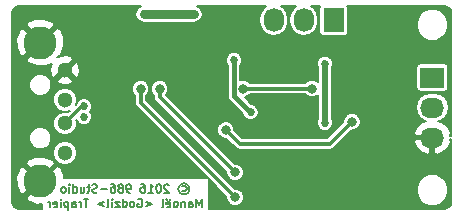
<source format=gbl>
G04 #@! TF.FileFunction,Copper,L2,Bot,Signal*
%FSLAX46Y46*%
G04 Gerber Fmt 4.6, Leading zero omitted, Abs format (unit mm)*
G04 Created by KiCad (PCBNEW (2016-07-14 BZR 6980)-product) date Sunday, 23 April 2017 'PMt' 23:43:06*
%MOMM*%
%LPD*%
G01*
G04 APERTURE LIST*
%ADD10C,0.150000*%
%ADD11C,0.175000*%
%ADD12R,1.727200X2.032000*%
%ADD13O,1.727200X2.032000*%
%ADD14R,2.032000X1.727200*%
%ADD15O,2.032000X1.727200*%
%ADD16C,1.300000*%
%ADD17C,2.800000*%
%ADD18C,0.685800*%
%ADD19C,0.800000*%
%ADD20C,0.400000*%
%ADD21C,0.800000*%
%ADD22C,0.300000*%
%ADD23C,0.500000*%
%ADD24C,0.180000*%
G04 APERTURE END LIST*
D10*
D11*
X162816666Y-95670833D02*
X162883333Y-95637500D01*
X163016666Y-95637500D01*
X163083333Y-95670833D01*
X163150000Y-95737500D01*
X163183333Y-95804166D01*
X163183333Y-95937500D01*
X163150000Y-96004166D01*
X163083333Y-96070833D01*
X163016666Y-96104166D01*
X162883333Y-96104166D01*
X162816666Y-96070833D01*
X162950000Y-95404166D02*
X163116666Y-95437500D01*
X163283333Y-95537500D01*
X163383333Y-95704166D01*
X163416666Y-95870833D01*
X163383333Y-96037500D01*
X163283333Y-96204166D01*
X163116666Y-96304166D01*
X162950000Y-96337500D01*
X162783333Y-96304166D01*
X162616666Y-96204166D01*
X162516666Y-96037500D01*
X162483333Y-95870833D01*
X162516666Y-95704166D01*
X162616666Y-95537500D01*
X162783333Y-95437500D01*
X162950000Y-95404166D01*
X161683333Y-95570833D02*
X161650000Y-95537500D01*
X161583333Y-95504166D01*
X161416666Y-95504166D01*
X161350000Y-95537500D01*
X161316666Y-95570833D01*
X161283333Y-95637500D01*
X161283333Y-95704166D01*
X161316666Y-95804166D01*
X161716666Y-96204166D01*
X161283333Y-96204166D01*
X160850000Y-95504166D02*
X160783333Y-95504166D01*
X160716666Y-95537500D01*
X160683333Y-95570833D01*
X160650000Y-95637500D01*
X160616666Y-95770833D01*
X160616666Y-95937500D01*
X160650000Y-96070833D01*
X160683333Y-96137500D01*
X160716666Y-96170833D01*
X160783333Y-96204166D01*
X160850000Y-96204166D01*
X160916666Y-96170833D01*
X160950000Y-96137500D01*
X160983333Y-96070833D01*
X161016666Y-95937500D01*
X161016666Y-95770833D01*
X160983333Y-95637500D01*
X160950000Y-95570833D01*
X160916666Y-95537500D01*
X160850000Y-95504166D01*
X159950000Y-96204166D02*
X160350000Y-96204166D01*
X160150000Y-96204166D02*
X160150000Y-95504166D01*
X160216666Y-95604166D01*
X160283333Y-95670833D01*
X160350000Y-95704166D01*
X159350000Y-95504166D02*
X159483333Y-95504166D01*
X159550000Y-95537500D01*
X159583333Y-95570833D01*
X159650000Y-95670833D01*
X159683333Y-95804166D01*
X159683333Y-96070833D01*
X159650000Y-96137500D01*
X159616666Y-96170833D01*
X159550000Y-96204166D01*
X159416666Y-96204166D01*
X159350000Y-96170833D01*
X159316666Y-96137500D01*
X159283333Y-96070833D01*
X159283333Y-95904166D01*
X159316666Y-95837500D01*
X159350000Y-95804166D01*
X159416666Y-95770833D01*
X159550000Y-95770833D01*
X159616666Y-95804166D01*
X159650000Y-95837500D01*
X159683333Y-95904166D01*
X158416666Y-96204166D02*
X158283333Y-96204166D01*
X158216666Y-96170833D01*
X158183333Y-96137500D01*
X158116666Y-96037500D01*
X158083333Y-95904166D01*
X158083333Y-95637500D01*
X158116666Y-95570833D01*
X158150000Y-95537500D01*
X158216666Y-95504166D01*
X158350000Y-95504166D01*
X158416666Y-95537500D01*
X158450000Y-95570833D01*
X158483333Y-95637500D01*
X158483333Y-95804166D01*
X158450000Y-95870833D01*
X158416666Y-95904166D01*
X158350000Y-95937500D01*
X158216666Y-95937500D01*
X158150000Y-95904166D01*
X158116666Y-95870833D01*
X158083333Y-95804166D01*
X157683333Y-95804166D02*
X157750000Y-95770833D01*
X157783333Y-95737500D01*
X157816666Y-95670833D01*
X157816666Y-95637500D01*
X157783333Y-95570833D01*
X157750000Y-95537500D01*
X157683333Y-95504166D01*
X157550000Y-95504166D01*
X157483333Y-95537500D01*
X157450000Y-95570833D01*
X157416666Y-95637500D01*
X157416666Y-95670833D01*
X157450000Y-95737500D01*
X157483333Y-95770833D01*
X157550000Y-95804166D01*
X157683333Y-95804166D01*
X157750000Y-95837500D01*
X157783333Y-95870833D01*
X157816666Y-95937500D01*
X157816666Y-96070833D01*
X157783333Y-96137500D01*
X157750000Y-96170833D01*
X157683333Y-96204166D01*
X157550000Y-96204166D01*
X157483333Y-96170833D01*
X157450000Y-96137500D01*
X157416666Y-96070833D01*
X157416666Y-95937500D01*
X157450000Y-95870833D01*
X157483333Y-95837500D01*
X157550000Y-95804166D01*
X156816666Y-95504166D02*
X156950000Y-95504166D01*
X157016666Y-95537500D01*
X157050000Y-95570833D01*
X157116666Y-95670833D01*
X157150000Y-95804166D01*
X157150000Y-96070833D01*
X157116666Y-96137500D01*
X157083333Y-96170833D01*
X157016666Y-96204166D01*
X156883333Y-96204166D01*
X156816666Y-96170833D01*
X156783333Y-96137500D01*
X156750000Y-96070833D01*
X156750000Y-95904166D01*
X156783333Y-95837500D01*
X156816666Y-95804166D01*
X156883333Y-95770833D01*
X157016666Y-95770833D01*
X157083333Y-95804166D01*
X157116666Y-95837500D01*
X157150000Y-95904166D01*
X156450000Y-95937500D02*
X155916666Y-95937500D01*
X155616666Y-96170833D02*
X155516666Y-96204166D01*
X155350000Y-96204166D01*
X155283333Y-96170833D01*
X155250000Y-96137500D01*
X155216666Y-96070833D01*
X155216666Y-96004166D01*
X155250000Y-95937500D01*
X155283333Y-95904166D01*
X155350000Y-95870833D01*
X155483333Y-95837500D01*
X155550000Y-95804166D01*
X155583333Y-95770833D01*
X155616666Y-95704166D01*
X155616666Y-95637500D01*
X155583333Y-95570833D01*
X155550000Y-95537500D01*
X155483333Y-95504166D01*
X155316666Y-95504166D01*
X155216666Y-95537500D01*
X155016666Y-95737500D02*
X154750000Y-95737500D01*
X154916666Y-95504166D02*
X154916666Y-96104166D01*
X154883333Y-96170833D01*
X154816666Y-96204166D01*
X154750000Y-96204166D01*
X154216666Y-95737500D02*
X154216666Y-96204166D01*
X154516666Y-95737500D02*
X154516666Y-96104166D01*
X154483333Y-96170833D01*
X154416666Y-96204166D01*
X154316666Y-96204166D01*
X154250000Y-96170833D01*
X154216666Y-96137500D01*
X153583333Y-96204166D02*
X153583333Y-95504166D01*
X153583333Y-96170833D02*
X153650000Y-96204166D01*
X153783333Y-96204166D01*
X153850000Y-96170833D01*
X153883333Y-96137500D01*
X153916666Y-96070833D01*
X153916666Y-95870833D01*
X153883333Y-95804166D01*
X153850000Y-95770833D01*
X153783333Y-95737500D01*
X153650000Y-95737500D01*
X153583333Y-95770833D01*
X153250000Y-96204166D02*
X153250000Y-95737500D01*
X153250000Y-95504166D02*
X153283333Y-95537500D01*
X153250000Y-95570833D01*
X153216666Y-95537500D01*
X153250000Y-95504166D01*
X153250000Y-95570833D01*
X152816666Y-96204166D02*
X152883333Y-96170833D01*
X152916666Y-96137500D01*
X152950000Y-96070833D01*
X152950000Y-95870833D01*
X152916666Y-95804166D01*
X152883333Y-95770833D01*
X152816666Y-95737500D01*
X152716666Y-95737500D01*
X152650000Y-95770833D01*
X152616666Y-95804166D01*
X152583333Y-95870833D01*
X152583333Y-96070833D01*
X152616666Y-96137500D01*
X152650000Y-96170833D01*
X152716666Y-96204166D01*
X152816666Y-96204166D01*
X164483333Y-97429166D02*
X164483333Y-96729166D01*
X164250000Y-97229166D01*
X164016666Y-96729166D01*
X164016666Y-97429166D01*
X163383333Y-97429166D02*
X163383333Y-97062500D01*
X163416666Y-96995833D01*
X163483333Y-96962500D01*
X163616666Y-96962500D01*
X163683333Y-96995833D01*
X163383333Y-97395833D02*
X163450000Y-97429166D01*
X163616666Y-97429166D01*
X163683333Y-97395833D01*
X163716666Y-97329166D01*
X163716666Y-97262500D01*
X163683333Y-97195833D01*
X163616666Y-97162500D01*
X163450000Y-97162500D01*
X163383333Y-97129166D01*
X163050000Y-96962500D02*
X163050000Y-97429166D01*
X163050000Y-97029166D02*
X163016666Y-96995833D01*
X162950000Y-96962500D01*
X162850000Y-96962500D01*
X162783333Y-96995833D01*
X162750000Y-97062500D01*
X162750000Y-97429166D01*
X162316666Y-97429166D02*
X162383333Y-97395833D01*
X162416666Y-97362500D01*
X162450000Y-97295833D01*
X162450000Y-97095833D01*
X162416666Y-97029166D01*
X162383333Y-96995833D01*
X162316666Y-96962500D01*
X162216666Y-96962500D01*
X162150000Y-96995833D01*
X162116666Y-97029166D01*
X162083333Y-97095833D01*
X162083333Y-97295833D01*
X162116666Y-97362500D01*
X162150000Y-97395833D01*
X162216666Y-97429166D01*
X162316666Y-97429166D01*
X161516666Y-97395833D02*
X161583333Y-97429166D01*
X161716666Y-97429166D01*
X161783333Y-97395833D01*
X161816666Y-97329166D01*
X161816666Y-97062500D01*
X161783333Y-96995833D01*
X161716666Y-96962500D01*
X161583333Y-96962500D01*
X161516666Y-96995833D01*
X161483333Y-97062500D01*
X161483333Y-97129166D01*
X161816666Y-97195833D01*
X161783333Y-96729166D02*
X161750000Y-96762500D01*
X161783333Y-96795833D01*
X161816666Y-96762500D01*
X161783333Y-96729166D01*
X161783333Y-96795833D01*
X161516666Y-96729166D02*
X161483333Y-96762500D01*
X161516666Y-96795833D01*
X161550000Y-96762500D01*
X161516666Y-96729166D01*
X161516666Y-96795833D01*
X161083333Y-97429166D02*
X161150000Y-97395833D01*
X161183333Y-97329166D01*
X161183333Y-96729166D01*
X159750000Y-96962500D02*
X160283333Y-97162500D01*
X159750000Y-97362500D01*
X159050000Y-96762500D02*
X159116666Y-96729166D01*
X159216666Y-96729166D01*
X159316666Y-96762500D01*
X159383333Y-96829166D01*
X159416666Y-96895833D01*
X159450000Y-97029166D01*
X159450000Y-97129166D01*
X159416666Y-97262500D01*
X159383333Y-97329166D01*
X159316666Y-97395833D01*
X159216666Y-97429166D01*
X159150000Y-97429166D01*
X159050000Y-97395833D01*
X159016666Y-97362500D01*
X159016666Y-97129166D01*
X159150000Y-97129166D01*
X158616666Y-97429166D02*
X158683333Y-97395833D01*
X158716666Y-97362500D01*
X158750000Y-97295833D01*
X158750000Y-97095833D01*
X158716666Y-97029166D01*
X158683333Y-96995833D01*
X158616666Y-96962500D01*
X158516666Y-96962500D01*
X158450000Y-96995833D01*
X158416666Y-97029166D01*
X158383333Y-97095833D01*
X158383333Y-97295833D01*
X158416666Y-97362500D01*
X158450000Y-97395833D01*
X158516666Y-97429166D01*
X158616666Y-97429166D01*
X157783333Y-97429166D02*
X157783333Y-96729166D01*
X157783333Y-97395833D02*
X157850000Y-97429166D01*
X157983333Y-97429166D01*
X158050000Y-97395833D01*
X158083333Y-97362500D01*
X158116666Y-97295833D01*
X158116666Y-97095833D01*
X158083333Y-97029166D01*
X158050000Y-96995833D01*
X157983333Y-96962500D01*
X157850000Y-96962500D01*
X157783333Y-96995833D01*
X157516666Y-96962500D02*
X157150000Y-96962500D01*
X157516666Y-97429166D01*
X157150000Y-97429166D01*
X156883333Y-97429166D02*
X156883333Y-96962500D01*
X156883333Y-96729166D02*
X156916666Y-96762500D01*
X156883333Y-96795833D01*
X156850000Y-96762500D01*
X156883333Y-96729166D01*
X156883333Y-96795833D01*
X156450000Y-97429166D02*
X156516666Y-97395833D01*
X156550000Y-97329166D01*
X156550000Y-96729166D01*
X156183333Y-96962500D02*
X155650000Y-97162500D01*
X156183333Y-97362500D01*
X154883333Y-96729166D02*
X154483333Y-96729166D01*
X154683333Y-97429166D02*
X154683333Y-96729166D01*
X154250000Y-97429166D02*
X154250000Y-96962500D01*
X154250000Y-97095833D02*
X154216666Y-97029166D01*
X154183333Y-96995833D01*
X154116666Y-96962500D01*
X154050000Y-96962500D01*
X153516666Y-97429166D02*
X153516666Y-97062500D01*
X153550000Y-96995833D01*
X153616666Y-96962500D01*
X153750000Y-96962500D01*
X153816666Y-96995833D01*
X153516666Y-97395833D02*
X153583333Y-97429166D01*
X153750000Y-97429166D01*
X153816666Y-97395833D01*
X153850000Y-97329166D01*
X153850000Y-97262500D01*
X153816666Y-97195833D01*
X153750000Y-97162500D01*
X153583333Y-97162500D01*
X153516666Y-97129166D01*
X153183333Y-96962500D02*
X153183333Y-97662500D01*
X153183333Y-96995833D02*
X153116666Y-96962500D01*
X152983333Y-96962500D01*
X152916666Y-96995833D01*
X152883333Y-97029166D01*
X152850000Y-97095833D01*
X152850000Y-97295833D01*
X152883333Y-97362500D01*
X152916666Y-97395833D01*
X152983333Y-97429166D01*
X153116666Y-97429166D01*
X153183333Y-97395833D01*
X152550000Y-97429166D02*
X152550000Y-96962500D01*
X152550000Y-96729166D02*
X152583333Y-96762500D01*
X152550000Y-96795833D01*
X152516666Y-96762500D01*
X152550000Y-96729166D01*
X152550000Y-96795833D01*
X151950000Y-97395833D02*
X152016666Y-97429166D01*
X152150000Y-97429166D01*
X152216666Y-97395833D01*
X152250000Y-97329166D01*
X152250000Y-97062500D01*
X152216666Y-96995833D01*
X152150000Y-96962500D01*
X152016666Y-96962500D01*
X151950000Y-96995833D01*
X151916666Y-97062500D01*
X151916666Y-97129166D01*
X152250000Y-97195833D01*
X151616666Y-97429166D02*
X151616666Y-96962500D01*
X151616666Y-97095833D02*
X151583333Y-97029166D01*
X151550000Y-96995833D01*
X151483333Y-96962500D01*
X151416666Y-96962500D01*
D12*
X175640000Y-81600000D03*
D13*
X173100000Y-81600000D03*
X170560000Y-81600000D03*
D14*
X184000000Y-86460000D03*
D15*
X184000000Y-89000000D03*
X184000000Y-91540000D03*
D16*
X152900000Y-88350000D03*
X152900000Y-90350000D03*
X152900000Y-92850000D03*
X152900000Y-85850000D03*
D17*
X150800000Y-83500000D03*
X150800000Y-95200000D03*
D18*
X173700000Y-89200000D03*
X162300004Y-87000000D03*
X159600000Y-82700000D03*
X161700000Y-94600000D03*
X176200000Y-96600000D03*
X179600000Y-91700000D03*
X158100000Y-83900000D03*
X168600000Y-89399998D03*
X167200000Y-85000000D03*
X159600000Y-81100000D03*
X163800000Y-81100000D03*
D19*
X159300000Y-87400000D03*
X167300000Y-96600000D03*
X167300000Y-94500000D03*
X160900000Y-87400000D03*
D18*
X174900000Y-90299999D03*
X174900000Y-85300000D03*
D19*
X166500002Y-90900000D03*
X177200000Y-90200000D03*
X168000000Y-87400000D03*
X173800000Y-87400000D03*
D18*
X154500000Y-89792900D03*
X154500000Y-88907100D03*
D20*
X167200000Y-87999998D02*
X168257101Y-89057099D01*
X167200000Y-85000000D02*
X167200000Y-87999998D01*
X168257101Y-89057099D02*
X168600000Y-89399998D01*
D21*
X163800000Y-81100000D02*
X159600000Y-81100000D01*
D22*
X159300000Y-87965685D02*
X159300000Y-87400000D01*
X159300000Y-88600000D02*
X159300000Y-87965685D01*
X167300000Y-96600000D02*
X159300000Y-88600000D01*
X167300000Y-94500000D02*
X160900000Y-88100000D01*
X160900000Y-88100000D02*
X160900000Y-87400000D01*
D23*
X174900000Y-85300000D02*
X174900000Y-90299999D01*
D22*
X177200000Y-90200000D02*
X175300000Y-92100000D01*
X175300000Y-92100000D02*
X167700002Y-92100000D01*
X167700002Y-92100000D02*
X166500002Y-90900000D01*
X173800000Y-87400000D02*
X168000000Y-87400000D01*
X154500000Y-88907100D02*
X154342900Y-88907100D01*
X154342900Y-88907100D02*
X152900000Y-90350000D01*
D24*
G36*
X159316814Y-80416329D02*
X159076741Y-80576741D01*
X158916329Y-80816814D01*
X158860000Y-81100000D01*
X158916329Y-81383186D01*
X159076741Y-81623259D01*
X159316814Y-81783671D01*
X159600000Y-81840000D01*
X163800000Y-81840000D01*
X164083186Y-81783671D01*
X164323259Y-81623259D01*
X164483671Y-81383186D01*
X164540000Y-81100000D01*
X164483671Y-80816814D01*
X164323259Y-80576741D01*
X164083186Y-80416329D01*
X164076505Y-80415000D01*
X169940841Y-80415000D01*
X169708926Y-80569960D01*
X169448019Y-80960436D01*
X169356400Y-81421034D01*
X169356400Y-81778966D01*
X169448019Y-82239564D01*
X169708926Y-82630040D01*
X170099402Y-82890947D01*
X170560000Y-82982566D01*
X171020598Y-82890947D01*
X171411074Y-82630040D01*
X171671981Y-82239564D01*
X171763600Y-81778966D01*
X171763600Y-81421034D01*
X171671981Y-80960436D01*
X171411074Y-80569960D01*
X171179159Y-80415000D01*
X172480841Y-80415000D01*
X172248926Y-80569960D01*
X171988019Y-80960436D01*
X171896400Y-81421034D01*
X171896400Y-81778966D01*
X171988019Y-82239564D01*
X172248926Y-82630040D01*
X172639402Y-82890947D01*
X173100000Y-82982566D01*
X173560598Y-82890947D01*
X173951074Y-82630040D01*
X174211981Y-82239564D01*
X174303600Y-81778966D01*
X174303600Y-81421034D01*
X174211981Y-80960436D01*
X173951074Y-80569960D01*
X173719159Y-80415000D01*
X174480409Y-80415000D01*
X174456128Y-80451339D01*
X174429740Y-80584000D01*
X174429740Y-82616000D01*
X174456128Y-82748661D01*
X174531274Y-82861126D01*
X174643739Y-82936272D01*
X174776400Y-82962660D01*
X176503600Y-82962660D01*
X176636261Y-82936272D01*
X176748726Y-82861126D01*
X176823872Y-82748661D01*
X176850260Y-82616000D01*
X176850260Y-82265373D01*
X182659768Y-82265373D01*
X182863341Y-82758057D01*
X183239960Y-83135334D01*
X183732288Y-83339767D01*
X184265373Y-83340232D01*
X184758057Y-83136659D01*
X185135334Y-82760040D01*
X185339767Y-82267712D01*
X185340232Y-81734627D01*
X185136659Y-81241943D01*
X184760040Y-80864666D01*
X184267712Y-80660233D01*
X183734627Y-80659768D01*
X183241943Y-80863341D01*
X182864666Y-81239960D01*
X182660233Y-81732288D01*
X182659768Y-82265373D01*
X176850260Y-82265373D01*
X176850260Y-80584000D01*
X176823872Y-80451339D01*
X176799591Y-80415000D01*
X184959126Y-80415000D01*
X185220758Y-80467041D01*
X185407909Y-80592092D01*
X185532958Y-80779241D01*
X185585000Y-81040874D01*
X185585000Y-91375998D01*
X185454211Y-91375998D01*
X185561234Y-91150818D01*
X185341152Y-90690659D01*
X184925635Y-90300396D01*
X184500385Y-90139666D01*
X184639564Y-90111981D01*
X185030040Y-89851074D01*
X185290947Y-89460598D01*
X185382566Y-89000000D01*
X185290947Y-88539402D01*
X185030040Y-88148926D01*
X184639564Y-87888019D01*
X184178966Y-87796400D01*
X183821034Y-87796400D01*
X183360436Y-87888019D01*
X182969960Y-88148926D01*
X182709053Y-88539402D01*
X182617434Y-89000000D01*
X182709053Y-89460598D01*
X182969960Y-89851074D01*
X183360436Y-90111981D01*
X183499615Y-90139666D01*
X183074365Y-90300396D01*
X182658848Y-90690659D01*
X182438766Y-91150818D01*
X182545790Y-91376000D01*
X183836000Y-91376000D01*
X183836000Y-91356000D01*
X184164000Y-91356000D01*
X184164000Y-91376000D01*
X184184000Y-91376000D01*
X184184000Y-91704000D01*
X184164000Y-91704000D01*
X184164000Y-92851450D01*
X184392400Y-92981149D01*
X184925635Y-92779604D01*
X185341152Y-92389341D01*
X185561234Y-91929182D01*
X185454211Y-91704002D01*
X185585000Y-91704002D01*
X185585000Y-96959126D01*
X185532958Y-97220759D01*
X185407909Y-97407908D01*
X185220758Y-97532959D01*
X184959126Y-97585000D01*
X165077500Y-97585000D01*
X165077500Y-95070465D01*
X166560041Y-96553006D01*
X166559872Y-96746549D01*
X166672293Y-97018628D01*
X166880277Y-97226975D01*
X167152159Y-97339871D01*
X167446549Y-97340128D01*
X167718628Y-97227707D01*
X167926975Y-97019723D01*
X168039871Y-96747841D01*
X168040128Y-96453451D01*
X167962416Y-96265373D01*
X182659768Y-96265373D01*
X182863341Y-96758057D01*
X183239960Y-97135334D01*
X183732288Y-97339767D01*
X184265373Y-97340232D01*
X184758057Y-97136659D01*
X185135334Y-96760040D01*
X185339767Y-96267712D01*
X185340232Y-95734627D01*
X185136659Y-95241943D01*
X184760040Y-94864666D01*
X184267712Y-94660233D01*
X183734627Y-94659768D01*
X183241943Y-94863341D01*
X182864666Y-95239960D01*
X182660233Y-95732288D01*
X182659768Y-96265373D01*
X167962416Y-96265373D01*
X167927707Y-96181372D01*
X167719723Y-95973025D01*
X167447841Y-95860129D01*
X167252924Y-95859959D01*
X159790000Y-88397036D01*
X159790000Y-87956459D01*
X159926975Y-87819723D01*
X160039871Y-87547841D01*
X160039872Y-87546549D01*
X160159872Y-87546549D01*
X160272293Y-87818628D01*
X160410000Y-87956575D01*
X160410000Y-88100000D01*
X160447299Y-88287515D01*
X160553518Y-88446482D01*
X166560041Y-94453005D01*
X166559872Y-94646549D01*
X166672293Y-94918628D01*
X166880277Y-95126975D01*
X167152159Y-95239871D01*
X167446549Y-95240128D01*
X167718628Y-95127707D01*
X167926975Y-94919723D01*
X168039871Y-94647841D01*
X168040128Y-94353451D01*
X167927707Y-94081372D01*
X167719723Y-93873025D01*
X167447841Y-93760129D01*
X167252923Y-93759959D01*
X164539513Y-91046549D01*
X165759874Y-91046549D01*
X165872295Y-91318628D01*
X166080279Y-91526975D01*
X166352161Y-91639871D01*
X166547079Y-91640041D01*
X167353519Y-92446482D01*
X167493235Y-92539837D01*
X167512487Y-92552701D01*
X167700002Y-92590000D01*
X175300000Y-92590000D01*
X175487515Y-92552701D01*
X175646482Y-92446482D01*
X176163782Y-91929182D01*
X182438766Y-91929182D01*
X182658848Y-92389341D01*
X183074365Y-92779604D01*
X183607600Y-92981149D01*
X183836000Y-92851450D01*
X183836000Y-91704000D01*
X182545790Y-91704000D01*
X182438766Y-91929182D01*
X176163782Y-91929182D01*
X177153005Y-90939959D01*
X177346549Y-90940128D01*
X177618628Y-90827707D01*
X177826975Y-90619723D01*
X177939871Y-90347841D01*
X177940128Y-90053451D01*
X177827707Y-89781372D01*
X177619723Y-89573025D01*
X177347841Y-89460129D01*
X177053451Y-89459872D01*
X176781372Y-89572293D01*
X176573025Y-89780277D01*
X176460129Y-90052159D01*
X176459959Y-90247077D01*
X175097036Y-91610000D01*
X167902967Y-91610000D01*
X167239961Y-90946995D01*
X167240130Y-90753451D01*
X167127709Y-90481372D01*
X166919725Y-90273025D01*
X166647843Y-90160129D01*
X166353453Y-90159872D01*
X166081374Y-90272293D01*
X165873027Y-90480277D01*
X165760131Y-90752159D01*
X165759874Y-91046549D01*
X164539513Y-91046549D01*
X161419738Y-87926774D01*
X161526975Y-87819723D01*
X161639871Y-87547841D01*
X161640128Y-87253451D01*
X161527707Y-86981372D01*
X161319723Y-86773025D01*
X161047841Y-86660129D01*
X160753451Y-86659872D01*
X160481372Y-86772293D01*
X160273025Y-86980277D01*
X160160129Y-87252159D01*
X160159872Y-87546549D01*
X160039872Y-87546549D01*
X160040128Y-87253451D01*
X159927707Y-86981372D01*
X159719723Y-86773025D01*
X159447841Y-86660129D01*
X159153451Y-86659872D01*
X158881372Y-86772293D01*
X158673025Y-86980277D01*
X158560129Y-87252159D01*
X158559872Y-87546549D01*
X158672293Y-87818628D01*
X158810000Y-87956575D01*
X158810000Y-88600000D01*
X158847299Y-88787515D01*
X158953518Y-88946482D01*
X165006785Y-94999750D01*
X152791428Y-94999750D01*
X152779877Y-94720374D01*
X152539131Y-94139162D01*
X152245683Y-93986248D01*
X151232181Y-94999750D01*
X150922500Y-94999750D01*
X150922500Y-95337716D01*
X150814143Y-95446074D01*
X150800000Y-95431931D01*
X149586248Y-96645683D01*
X149739162Y-96939131D01*
X150485451Y-97212713D01*
X150922500Y-97194643D01*
X150922500Y-97585000D01*
X149040874Y-97585000D01*
X148779241Y-97532958D01*
X148592092Y-97407909D01*
X148467041Y-97220758D01*
X148415000Y-96959126D01*
X148415000Y-94885451D01*
X148787287Y-94885451D01*
X148820123Y-95679626D01*
X149060869Y-96260838D01*
X149354317Y-96413752D01*
X150568069Y-95200000D01*
X149354317Y-93986248D01*
X149060869Y-94139162D01*
X148787287Y-94885451D01*
X148415000Y-94885451D01*
X148415000Y-93754317D01*
X149586248Y-93754317D01*
X150800000Y-94968069D01*
X152013752Y-93754317D01*
X151860838Y-93460869D01*
X151114549Y-93187287D01*
X150320374Y-93220123D01*
X149739162Y-93460869D01*
X149586248Y-93754317D01*
X148415000Y-93754317D01*
X148415000Y-93046059D01*
X151909829Y-93046059D01*
X152060230Y-93410057D01*
X152338478Y-93688792D01*
X152702213Y-93839828D01*
X153096059Y-93840171D01*
X153460057Y-93689770D01*
X153738792Y-93411522D01*
X153889828Y-93047787D01*
X153890171Y-92653941D01*
X153739770Y-92289943D01*
X153461522Y-92011208D01*
X153097787Y-91860172D01*
X152703941Y-91859829D01*
X152339943Y-92010230D01*
X152061208Y-92288478D01*
X151910172Y-92652213D01*
X151909829Y-93046059D01*
X148415000Y-93046059D01*
X148415000Y-91786157D01*
X149859837Y-91786157D01*
X150002642Y-92131772D01*
X150266837Y-92396429D01*
X150612202Y-92539837D01*
X150986157Y-92540163D01*
X151331772Y-92397358D01*
X151596429Y-92133163D01*
X151739837Y-91787798D01*
X151740163Y-91413843D01*
X151597358Y-91068228D01*
X151333163Y-90803571D01*
X150987798Y-90660163D01*
X150613843Y-90659837D01*
X150268228Y-90802642D01*
X150003571Y-91066837D01*
X149860163Y-91412202D01*
X149859837Y-91786157D01*
X148415000Y-91786157D01*
X148415000Y-88546059D01*
X151909829Y-88546059D01*
X152060230Y-88910057D01*
X152338478Y-89188792D01*
X152702213Y-89339828D01*
X153096059Y-89340171D01*
X153301928Y-89255108D01*
X153167794Y-89389241D01*
X153097787Y-89360172D01*
X152703941Y-89359829D01*
X152339943Y-89510230D01*
X152061208Y-89788478D01*
X151910172Y-90152213D01*
X151909829Y-90546059D01*
X152060230Y-90910057D01*
X152338478Y-91188792D01*
X152702213Y-91339828D01*
X153096059Y-91340171D01*
X153460057Y-91189770D01*
X153738792Y-90911522D01*
X153889828Y-90547787D01*
X153890171Y-90153941D01*
X153860597Y-90082367D01*
X153874827Y-90068137D01*
X153920728Y-90179227D01*
X154112663Y-90371497D01*
X154363567Y-90475681D01*
X154635241Y-90475918D01*
X154886327Y-90372172D01*
X155078597Y-90180237D01*
X155182781Y-89929333D01*
X155183018Y-89657659D01*
X155079272Y-89406573D01*
X155022867Y-89350070D01*
X155078597Y-89294437D01*
X155182781Y-89043533D01*
X155183018Y-88771859D01*
X155079272Y-88520773D01*
X154887337Y-88328503D01*
X154636433Y-88224319D01*
X154364759Y-88224082D01*
X154113673Y-88327828D01*
X153921403Y-88519763D01*
X153839126Y-88717909D01*
X153805029Y-88752006D01*
X153889828Y-88547787D01*
X153890171Y-88153941D01*
X153739770Y-87789943D01*
X153461522Y-87511208D01*
X153097787Y-87360172D01*
X152703941Y-87359829D01*
X152339943Y-87510230D01*
X152061208Y-87788478D01*
X151910172Y-88152213D01*
X151909829Y-88546059D01*
X148415000Y-88546059D01*
X148415000Y-87286157D01*
X149859837Y-87286157D01*
X150002642Y-87631772D01*
X150266837Y-87896429D01*
X150612202Y-88039837D01*
X150986157Y-88040163D01*
X151331772Y-87897358D01*
X151596429Y-87633163D01*
X151739837Y-87287798D01*
X151740163Y-86913843D01*
X151673084Y-86751498D01*
X152230434Y-86751498D01*
X152290990Y-86967244D01*
X152764899Y-87115257D01*
X153259376Y-87070646D01*
X153509010Y-86967244D01*
X153569566Y-86751498D01*
X152900000Y-86081931D01*
X152230434Y-86751498D01*
X151673084Y-86751498D01*
X151597358Y-86568228D01*
X151333163Y-86303571D01*
X150987798Y-86160163D01*
X150613843Y-86159837D01*
X150268228Y-86302642D01*
X150003571Y-86566837D01*
X149860163Y-86912202D01*
X149859837Y-87286157D01*
X148415000Y-87286157D01*
X148415000Y-84945683D01*
X149586248Y-84945683D01*
X149739162Y-85239131D01*
X150485451Y-85512713D01*
X151279626Y-85479877D01*
X151771821Y-85276003D01*
X151634743Y-85714899D01*
X151679354Y-86209376D01*
X151782756Y-86459010D01*
X151998502Y-86519566D01*
X152668069Y-85850000D01*
X153131931Y-85850000D01*
X153801498Y-86519566D01*
X154017244Y-86459010D01*
X154165257Y-85985101D01*
X154120646Y-85490624D01*
X154017244Y-85240990D01*
X153801498Y-85180434D01*
X153131931Y-85850000D01*
X152668069Y-85850000D01*
X152653926Y-85835858D01*
X152885858Y-85603926D01*
X152900000Y-85618069D01*
X153382827Y-85135241D01*
X166516982Y-85135241D01*
X166620728Y-85386327D01*
X166660000Y-85425668D01*
X166660000Y-87999998D01*
X166701105Y-88206647D01*
X166818162Y-88381836D01*
X167875261Y-89438934D01*
X167875263Y-89438937D01*
X167917030Y-89480703D01*
X167916982Y-89535239D01*
X168020728Y-89786325D01*
X168212663Y-89978595D01*
X168463567Y-90082779D01*
X168735241Y-90083016D01*
X168986327Y-89979270D01*
X169178597Y-89787335D01*
X169282781Y-89536431D01*
X169283018Y-89264757D01*
X169179272Y-89013671D01*
X168987337Y-88821401D01*
X168736433Y-88717217D01*
X168680846Y-88717169D01*
X168638939Y-88675261D01*
X168638936Y-88675259D01*
X168103768Y-88140091D01*
X168146549Y-88140128D01*
X168418628Y-88027707D01*
X168556575Y-87890000D01*
X173243541Y-87890000D01*
X173380277Y-88026975D01*
X173652159Y-88139871D01*
X173946549Y-88140128D01*
X174218628Y-88027707D01*
X174310000Y-87936494D01*
X174310000Y-89940124D01*
X174217219Y-90163566D01*
X174216982Y-90435240D01*
X174320728Y-90686326D01*
X174512663Y-90878596D01*
X174763567Y-90982780D01*
X175035241Y-90983017D01*
X175286327Y-90879271D01*
X175478597Y-90687336D01*
X175582781Y-90436432D01*
X175583018Y-90164758D01*
X175490000Y-89939636D01*
X175490000Y-85659875D01*
X175516357Y-85596400D01*
X182637340Y-85596400D01*
X182637340Y-87323600D01*
X182663728Y-87456261D01*
X182738874Y-87568726D01*
X182851339Y-87643872D01*
X182984000Y-87670260D01*
X185016000Y-87670260D01*
X185148661Y-87643872D01*
X185261126Y-87568726D01*
X185336272Y-87456261D01*
X185362660Y-87323600D01*
X185362660Y-85596400D01*
X185336272Y-85463739D01*
X185261126Y-85351274D01*
X185148661Y-85276128D01*
X185016000Y-85249740D01*
X182984000Y-85249740D01*
X182851339Y-85276128D01*
X182738874Y-85351274D01*
X182663728Y-85463739D01*
X182637340Y-85596400D01*
X175516357Y-85596400D01*
X175582781Y-85436433D01*
X175583018Y-85164759D01*
X175479272Y-84913673D01*
X175287337Y-84721403D01*
X175036433Y-84617219D01*
X174764759Y-84616982D01*
X174513673Y-84720728D01*
X174321403Y-84912663D01*
X174217219Y-85163567D01*
X174216982Y-85435241D01*
X174310000Y-85660363D01*
X174310000Y-86863460D01*
X174219723Y-86773025D01*
X173947841Y-86660129D01*
X173653451Y-86659872D01*
X173381372Y-86772293D01*
X173243425Y-86910000D01*
X168556459Y-86910000D01*
X168419723Y-86773025D01*
X168147841Y-86660129D01*
X167853451Y-86659872D01*
X167740000Y-86706749D01*
X167740000Y-85425867D01*
X167778597Y-85387337D01*
X167882781Y-85136433D01*
X167883018Y-84864759D01*
X167779272Y-84613673D01*
X167587337Y-84421403D01*
X167336433Y-84317219D01*
X167064759Y-84316982D01*
X166813673Y-84420728D01*
X166621403Y-84612663D01*
X166517219Y-84863567D01*
X166516982Y-85135241D01*
X153382827Y-85135241D01*
X153569566Y-84948502D01*
X153509010Y-84732756D01*
X153035101Y-84584743D01*
X152540624Y-84629354D01*
X152290990Y-84732756D01*
X152285226Y-84753292D01*
X152245685Y-84713751D01*
X152539131Y-84560838D01*
X152812713Y-83814549D01*
X152779877Y-83020374D01*
X152539131Y-82439162D01*
X152245683Y-82286248D01*
X151031931Y-83500000D01*
X151046074Y-83514143D01*
X150814143Y-83746074D01*
X150800000Y-83731931D01*
X149586248Y-84945683D01*
X148415000Y-84945683D01*
X148415000Y-83185451D01*
X148787287Y-83185451D01*
X148820123Y-83979626D01*
X149060869Y-84560838D01*
X149354317Y-84713752D01*
X150568069Y-83500000D01*
X149354317Y-82286248D01*
X149060869Y-82439162D01*
X148787287Y-83185451D01*
X148415000Y-83185451D01*
X148415000Y-82054317D01*
X149586248Y-82054317D01*
X150800000Y-83268069D01*
X152013752Y-82054317D01*
X151860838Y-81760869D01*
X151114549Y-81487287D01*
X150320374Y-81520123D01*
X149739162Y-81760869D01*
X149586248Y-82054317D01*
X148415000Y-82054317D01*
X148415000Y-81040874D01*
X148467041Y-80779242D01*
X148592092Y-80592091D01*
X148779241Y-80467042D01*
X149040874Y-80415000D01*
X159323495Y-80415000D01*
X159316814Y-80416329D01*
X159316814Y-80416329D01*
G37*
X159316814Y-80416329D02*
X159076741Y-80576741D01*
X158916329Y-80816814D01*
X158860000Y-81100000D01*
X158916329Y-81383186D01*
X159076741Y-81623259D01*
X159316814Y-81783671D01*
X159600000Y-81840000D01*
X163800000Y-81840000D01*
X164083186Y-81783671D01*
X164323259Y-81623259D01*
X164483671Y-81383186D01*
X164540000Y-81100000D01*
X164483671Y-80816814D01*
X164323259Y-80576741D01*
X164083186Y-80416329D01*
X164076505Y-80415000D01*
X169940841Y-80415000D01*
X169708926Y-80569960D01*
X169448019Y-80960436D01*
X169356400Y-81421034D01*
X169356400Y-81778966D01*
X169448019Y-82239564D01*
X169708926Y-82630040D01*
X170099402Y-82890947D01*
X170560000Y-82982566D01*
X171020598Y-82890947D01*
X171411074Y-82630040D01*
X171671981Y-82239564D01*
X171763600Y-81778966D01*
X171763600Y-81421034D01*
X171671981Y-80960436D01*
X171411074Y-80569960D01*
X171179159Y-80415000D01*
X172480841Y-80415000D01*
X172248926Y-80569960D01*
X171988019Y-80960436D01*
X171896400Y-81421034D01*
X171896400Y-81778966D01*
X171988019Y-82239564D01*
X172248926Y-82630040D01*
X172639402Y-82890947D01*
X173100000Y-82982566D01*
X173560598Y-82890947D01*
X173951074Y-82630040D01*
X174211981Y-82239564D01*
X174303600Y-81778966D01*
X174303600Y-81421034D01*
X174211981Y-80960436D01*
X173951074Y-80569960D01*
X173719159Y-80415000D01*
X174480409Y-80415000D01*
X174456128Y-80451339D01*
X174429740Y-80584000D01*
X174429740Y-82616000D01*
X174456128Y-82748661D01*
X174531274Y-82861126D01*
X174643739Y-82936272D01*
X174776400Y-82962660D01*
X176503600Y-82962660D01*
X176636261Y-82936272D01*
X176748726Y-82861126D01*
X176823872Y-82748661D01*
X176850260Y-82616000D01*
X176850260Y-82265373D01*
X182659768Y-82265373D01*
X182863341Y-82758057D01*
X183239960Y-83135334D01*
X183732288Y-83339767D01*
X184265373Y-83340232D01*
X184758057Y-83136659D01*
X185135334Y-82760040D01*
X185339767Y-82267712D01*
X185340232Y-81734627D01*
X185136659Y-81241943D01*
X184760040Y-80864666D01*
X184267712Y-80660233D01*
X183734627Y-80659768D01*
X183241943Y-80863341D01*
X182864666Y-81239960D01*
X182660233Y-81732288D01*
X182659768Y-82265373D01*
X176850260Y-82265373D01*
X176850260Y-80584000D01*
X176823872Y-80451339D01*
X176799591Y-80415000D01*
X184959126Y-80415000D01*
X185220758Y-80467041D01*
X185407909Y-80592092D01*
X185532958Y-80779241D01*
X185585000Y-81040874D01*
X185585000Y-91375998D01*
X185454211Y-91375998D01*
X185561234Y-91150818D01*
X185341152Y-90690659D01*
X184925635Y-90300396D01*
X184500385Y-90139666D01*
X184639564Y-90111981D01*
X185030040Y-89851074D01*
X185290947Y-89460598D01*
X185382566Y-89000000D01*
X185290947Y-88539402D01*
X185030040Y-88148926D01*
X184639564Y-87888019D01*
X184178966Y-87796400D01*
X183821034Y-87796400D01*
X183360436Y-87888019D01*
X182969960Y-88148926D01*
X182709053Y-88539402D01*
X182617434Y-89000000D01*
X182709053Y-89460598D01*
X182969960Y-89851074D01*
X183360436Y-90111981D01*
X183499615Y-90139666D01*
X183074365Y-90300396D01*
X182658848Y-90690659D01*
X182438766Y-91150818D01*
X182545790Y-91376000D01*
X183836000Y-91376000D01*
X183836000Y-91356000D01*
X184164000Y-91356000D01*
X184164000Y-91376000D01*
X184184000Y-91376000D01*
X184184000Y-91704000D01*
X184164000Y-91704000D01*
X184164000Y-92851450D01*
X184392400Y-92981149D01*
X184925635Y-92779604D01*
X185341152Y-92389341D01*
X185561234Y-91929182D01*
X185454211Y-91704002D01*
X185585000Y-91704002D01*
X185585000Y-96959126D01*
X185532958Y-97220759D01*
X185407909Y-97407908D01*
X185220758Y-97532959D01*
X184959126Y-97585000D01*
X165077500Y-97585000D01*
X165077500Y-95070465D01*
X166560041Y-96553006D01*
X166559872Y-96746549D01*
X166672293Y-97018628D01*
X166880277Y-97226975D01*
X167152159Y-97339871D01*
X167446549Y-97340128D01*
X167718628Y-97227707D01*
X167926975Y-97019723D01*
X168039871Y-96747841D01*
X168040128Y-96453451D01*
X167962416Y-96265373D01*
X182659768Y-96265373D01*
X182863341Y-96758057D01*
X183239960Y-97135334D01*
X183732288Y-97339767D01*
X184265373Y-97340232D01*
X184758057Y-97136659D01*
X185135334Y-96760040D01*
X185339767Y-96267712D01*
X185340232Y-95734627D01*
X185136659Y-95241943D01*
X184760040Y-94864666D01*
X184267712Y-94660233D01*
X183734627Y-94659768D01*
X183241943Y-94863341D01*
X182864666Y-95239960D01*
X182660233Y-95732288D01*
X182659768Y-96265373D01*
X167962416Y-96265373D01*
X167927707Y-96181372D01*
X167719723Y-95973025D01*
X167447841Y-95860129D01*
X167252924Y-95859959D01*
X159790000Y-88397036D01*
X159790000Y-87956459D01*
X159926975Y-87819723D01*
X160039871Y-87547841D01*
X160039872Y-87546549D01*
X160159872Y-87546549D01*
X160272293Y-87818628D01*
X160410000Y-87956575D01*
X160410000Y-88100000D01*
X160447299Y-88287515D01*
X160553518Y-88446482D01*
X166560041Y-94453005D01*
X166559872Y-94646549D01*
X166672293Y-94918628D01*
X166880277Y-95126975D01*
X167152159Y-95239871D01*
X167446549Y-95240128D01*
X167718628Y-95127707D01*
X167926975Y-94919723D01*
X168039871Y-94647841D01*
X168040128Y-94353451D01*
X167927707Y-94081372D01*
X167719723Y-93873025D01*
X167447841Y-93760129D01*
X167252923Y-93759959D01*
X164539513Y-91046549D01*
X165759874Y-91046549D01*
X165872295Y-91318628D01*
X166080279Y-91526975D01*
X166352161Y-91639871D01*
X166547079Y-91640041D01*
X167353519Y-92446482D01*
X167493235Y-92539837D01*
X167512487Y-92552701D01*
X167700002Y-92590000D01*
X175300000Y-92590000D01*
X175487515Y-92552701D01*
X175646482Y-92446482D01*
X176163782Y-91929182D01*
X182438766Y-91929182D01*
X182658848Y-92389341D01*
X183074365Y-92779604D01*
X183607600Y-92981149D01*
X183836000Y-92851450D01*
X183836000Y-91704000D01*
X182545790Y-91704000D01*
X182438766Y-91929182D01*
X176163782Y-91929182D01*
X177153005Y-90939959D01*
X177346549Y-90940128D01*
X177618628Y-90827707D01*
X177826975Y-90619723D01*
X177939871Y-90347841D01*
X177940128Y-90053451D01*
X177827707Y-89781372D01*
X177619723Y-89573025D01*
X177347841Y-89460129D01*
X177053451Y-89459872D01*
X176781372Y-89572293D01*
X176573025Y-89780277D01*
X176460129Y-90052159D01*
X176459959Y-90247077D01*
X175097036Y-91610000D01*
X167902967Y-91610000D01*
X167239961Y-90946995D01*
X167240130Y-90753451D01*
X167127709Y-90481372D01*
X166919725Y-90273025D01*
X166647843Y-90160129D01*
X166353453Y-90159872D01*
X166081374Y-90272293D01*
X165873027Y-90480277D01*
X165760131Y-90752159D01*
X165759874Y-91046549D01*
X164539513Y-91046549D01*
X161419738Y-87926774D01*
X161526975Y-87819723D01*
X161639871Y-87547841D01*
X161640128Y-87253451D01*
X161527707Y-86981372D01*
X161319723Y-86773025D01*
X161047841Y-86660129D01*
X160753451Y-86659872D01*
X160481372Y-86772293D01*
X160273025Y-86980277D01*
X160160129Y-87252159D01*
X160159872Y-87546549D01*
X160039872Y-87546549D01*
X160040128Y-87253451D01*
X159927707Y-86981372D01*
X159719723Y-86773025D01*
X159447841Y-86660129D01*
X159153451Y-86659872D01*
X158881372Y-86772293D01*
X158673025Y-86980277D01*
X158560129Y-87252159D01*
X158559872Y-87546549D01*
X158672293Y-87818628D01*
X158810000Y-87956575D01*
X158810000Y-88600000D01*
X158847299Y-88787515D01*
X158953518Y-88946482D01*
X165006785Y-94999750D01*
X152791428Y-94999750D01*
X152779877Y-94720374D01*
X152539131Y-94139162D01*
X152245683Y-93986248D01*
X151232181Y-94999750D01*
X150922500Y-94999750D01*
X150922500Y-95337716D01*
X150814143Y-95446074D01*
X150800000Y-95431931D01*
X149586248Y-96645683D01*
X149739162Y-96939131D01*
X150485451Y-97212713D01*
X150922500Y-97194643D01*
X150922500Y-97585000D01*
X149040874Y-97585000D01*
X148779241Y-97532958D01*
X148592092Y-97407909D01*
X148467041Y-97220758D01*
X148415000Y-96959126D01*
X148415000Y-94885451D01*
X148787287Y-94885451D01*
X148820123Y-95679626D01*
X149060869Y-96260838D01*
X149354317Y-96413752D01*
X150568069Y-95200000D01*
X149354317Y-93986248D01*
X149060869Y-94139162D01*
X148787287Y-94885451D01*
X148415000Y-94885451D01*
X148415000Y-93754317D01*
X149586248Y-93754317D01*
X150800000Y-94968069D01*
X152013752Y-93754317D01*
X151860838Y-93460869D01*
X151114549Y-93187287D01*
X150320374Y-93220123D01*
X149739162Y-93460869D01*
X149586248Y-93754317D01*
X148415000Y-93754317D01*
X148415000Y-93046059D01*
X151909829Y-93046059D01*
X152060230Y-93410057D01*
X152338478Y-93688792D01*
X152702213Y-93839828D01*
X153096059Y-93840171D01*
X153460057Y-93689770D01*
X153738792Y-93411522D01*
X153889828Y-93047787D01*
X153890171Y-92653941D01*
X153739770Y-92289943D01*
X153461522Y-92011208D01*
X153097787Y-91860172D01*
X152703941Y-91859829D01*
X152339943Y-92010230D01*
X152061208Y-92288478D01*
X151910172Y-92652213D01*
X151909829Y-93046059D01*
X148415000Y-93046059D01*
X148415000Y-91786157D01*
X149859837Y-91786157D01*
X150002642Y-92131772D01*
X150266837Y-92396429D01*
X150612202Y-92539837D01*
X150986157Y-92540163D01*
X151331772Y-92397358D01*
X151596429Y-92133163D01*
X151739837Y-91787798D01*
X151740163Y-91413843D01*
X151597358Y-91068228D01*
X151333163Y-90803571D01*
X150987798Y-90660163D01*
X150613843Y-90659837D01*
X150268228Y-90802642D01*
X150003571Y-91066837D01*
X149860163Y-91412202D01*
X149859837Y-91786157D01*
X148415000Y-91786157D01*
X148415000Y-88546059D01*
X151909829Y-88546059D01*
X152060230Y-88910057D01*
X152338478Y-89188792D01*
X152702213Y-89339828D01*
X153096059Y-89340171D01*
X153301928Y-89255108D01*
X153167794Y-89389241D01*
X153097787Y-89360172D01*
X152703941Y-89359829D01*
X152339943Y-89510230D01*
X152061208Y-89788478D01*
X151910172Y-90152213D01*
X151909829Y-90546059D01*
X152060230Y-90910057D01*
X152338478Y-91188792D01*
X152702213Y-91339828D01*
X153096059Y-91340171D01*
X153460057Y-91189770D01*
X153738792Y-90911522D01*
X153889828Y-90547787D01*
X153890171Y-90153941D01*
X153860597Y-90082367D01*
X153874827Y-90068137D01*
X153920728Y-90179227D01*
X154112663Y-90371497D01*
X154363567Y-90475681D01*
X154635241Y-90475918D01*
X154886327Y-90372172D01*
X155078597Y-90180237D01*
X155182781Y-89929333D01*
X155183018Y-89657659D01*
X155079272Y-89406573D01*
X155022867Y-89350070D01*
X155078597Y-89294437D01*
X155182781Y-89043533D01*
X155183018Y-88771859D01*
X155079272Y-88520773D01*
X154887337Y-88328503D01*
X154636433Y-88224319D01*
X154364759Y-88224082D01*
X154113673Y-88327828D01*
X153921403Y-88519763D01*
X153839126Y-88717909D01*
X153805029Y-88752006D01*
X153889828Y-88547787D01*
X153890171Y-88153941D01*
X153739770Y-87789943D01*
X153461522Y-87511208D01*
X153097787Y-87360172D01*
X152703941Y-87359829D01*
X152339943Y-87510230D01*
X152061208Y-87788478D01*
X151910172Y-88152213D01*
X151909829Y-88546059D01*
X148415000Y-88546059D01*
X148415000Y-87286157D01*
X149859837Y-87286157D01*
X150002642Y-87631772D01*
X150266837Y-87896429D01*
X150612202Y-88039837D01*
X150986157Y-88040163D01*
X151331772Y-87897358D01*
X151596429Y-87633163D01*
X151739837Y-87287798D01*
X151740163Y-86913843D01*
X151673084Y-86751498D01*
X152230434Y-86751498D01*
X152290990Y-86967244D01*
X152764899Y-87115257D01*
X153259376Y-87070646D01*
X153509010Y-86967244D01*
X153569566Y-86751498D01*
X152900000Y-86081931D01*
X152230434Y-86751498D01*
X151673084Y-86751498D01*
X151597358Y-86568228D01*
X151333163Y-86303571D01*
X150987798Y-86160163D01*
X150613843Y-86159837D01*
X150268228Y-86302642D01*
X150003571Y-86566837D01*
X149860163Y-86912202D01*
X149859837Y-87286157D01*
X148415000Y-87286157D01*
X148415000Y-84945683D01*
X149586248Y-84945683D01*
X149739162Y-85239131D01*
X150485451Y-85512713D01*
X151279626Y-85479877D01*
X151771821Y-85276003D01*
X151634743Y-85714899D01*
X151679354Y-86209376D01*
X151782756Y-86459010D01*
X151998502Y-86519566D01*
X152668069Y-85850000D01*
X153131931Y-85850000D01*
X153801498Y-86519566D01*
X154017244Y-86459010D01*
X154165257Y-85985101D01*
X154120646Y-85490624D01*
X154017244Y-85240990D01*
X153801498Y-85180434D01*
X153131931Y-85850000D01*
X152668069Y-85850000D01*
X152653926Y-85835858D01*
X152885858Y-85603926D01*
X152900000Y-85618069D01*
X153382827Y-85135241D01*
X166516982Y-85135241D01*
X166620728Y-85386327D01*
X166660000Y-85425668D01*
X166660000Y-87999998D01*
X166701105Y-88206647D01*
X166818162Y-88381836D01*
X167875261Y-89438934D01*
X167875263Y-89438937D01*
X167917030Y-89480703D01*
X167916982Y-89535239D01*
X168020728Y-89786325D01*
X168212663Y-89978595D01*
X168463567Y-90082779D01*
X168735241Y-90083016D01*
X168986327Y-89979270D01*
X169178597Y-89787335D01*
X169282781Y-89536431D01*
X169283018Y-89264757D01*
X169179272Y-89013671D01*
X168987337Y-88821401D01*
X168736433Y-88717217D01*
X168680846Y-88717169D01*
X168638939Y-88675261D01*
X168638936Y-88675259D01*
X168103768Y-88140091D01*
X168146549Y-88140128D01*
X168418628Y-88027707D01*
X168556575Y-87890000D01*
X173243541Y-87890000D01*
X173380277Y-88026975D01*
X173652159Y-88139871D01*
X173946549Y-88140128D01*
X174218628Y-88027707D01*
X174310000Y-87936494D01*
X174310000Y-89940124D01*
X174217219Y-90163566D01*
X174216982Y-90435240D01*
X174320728Y-90686326D01*
X174512663Y-90878596D01*
X174763567Y-90982780D01*
X175035241Y-90983017D01*
X175286327Y-90879271D01*
X175478597Y-90687336D01*
X175582781Y-90436432D01*
X175583018Y-90164758D01*
X175490000Y-89939636D01*
X175490000Y-85659875D01*
X175516357Y-85596400D01*
X182637340Y-85596400D01*
X182637340Y-87323600D01*
X182663728Y-87456261D01*
X182738874Y-87568726D01*
X182851339Y-87643872D01*
X182984000Y-87670260D01*
X185016000Y-87670260D01*
X185148661Y-87643872D01*
X185261126Y-87568726D01*
X185336272Y-87456261D01*
X185362660Y-87323600D01*
X185362660Y-85596400D01*
X185336272Y-85463739D01*
X185261126Y-85351274D01*
X185148661Y-85276128D01*
X185016000Y-85249740D01*
X182984000Y-85249740D01*
X182851339Y-85276128D01*
X182738874Y-85351274D01*
X182663728Y-85463739D01*
X182637340Y-85596400D01*
X175516357Y-85596400D01*
X175582781Y-85436433D01*
X175583018Y-85164759D01*
X175479272Y-84913673D01*
X175287337Y-84721403D01*
X175036433Y-84617219D01*
X174764759Y-84616982D01*
X174513673Y-84720728D01*
X174321403Y-84912663D01*
X174217219Y-85163567D01*
X174216982Y-85435241D01*
X174310000Y-85660363D01*
X174310000Y-86863460D01*
X174219723Y-86773025D01*
X173947841Y-86660129D01*
X173653451Y-86659872D01*
X173381372Y-86772293D01*
X173243425Y-86910000D01*
X168556459Y-86910000D01*
X168419723Y-86773025D01*
X168147841Y-86660129D01*
X167853451Y-86659872D01*
X167740000Y-86706749D01*
X167740000Y-85425867D01*
X167778597Y-85387337D01*
X167882781Y-85136433D01*
X167883018Y-84864759D01*
X167779272Y-84613673D01*
X167587337Y-84421403D01*
X167336433Y-84317219D01*
X167064759Y-84316982D01*
X166813673Y-84420728D01*
X166621403Y-84612663D01*
X166517219Y-84863567D01*
X166516982Y-85135241D01*
X153382827Y-85135241D01*
X153569566Y-84948502D01*
X153509010Y-84732756D01*
X153035101Y-84584743D01*
X152540624Y-84629354D01*
X152290990Y-84732756D01*
X152285226Y-84753292D01*
X152245685Y-84713751D01*
X152539131Y-84560838D01*
X152812713Y-83814549D01*
X152779877Y-83020374D01*
X152539131Y-82439162D01*
X152245683Y-82286248D01*
X151031931Y-83500000D01*
X151046074Y-83514143D01*
X150814143Y-83746074D01*
X150800000Y-83731931D01*
X149586248Y-84945683D01*
X148415000Y-84945683D01*
X148415000Y-83185451D01*
X148787287Y-83185451D01*
X148820123Y-83979626D01*
X149060869Y-84560838D01*
X149354317Y-84713752D01*
X150568069Y-83500000D01*
X149354317Y-82286248D01*
X149060869Y-82439162D01*
X148787287Y-83185451D01*
X148415000Y-83185451D01*
X148415000Y-82054317D01*
X149586248Y-82054317D01*
X150800000Y-83268069D01*
X152013752Y-82054317D01*
X151860838Y-81760869D01*
X151114549Y-81487287D01*
X150320374Y-81520123D01*
X149739162Y-81760869D01*
X149586248Y-82054317D01*
X148415000Y-82054317D01*
X148415000Y-81040874D01*
X148467041Y-80779242D01*
X148592092Y-80592091D01*
X148779241Y-80467042D01*
X149040874Y-80415000D01*
X159323495Y-80415000D01*
X159316814Y-80416329D01*
M02*

</source>
